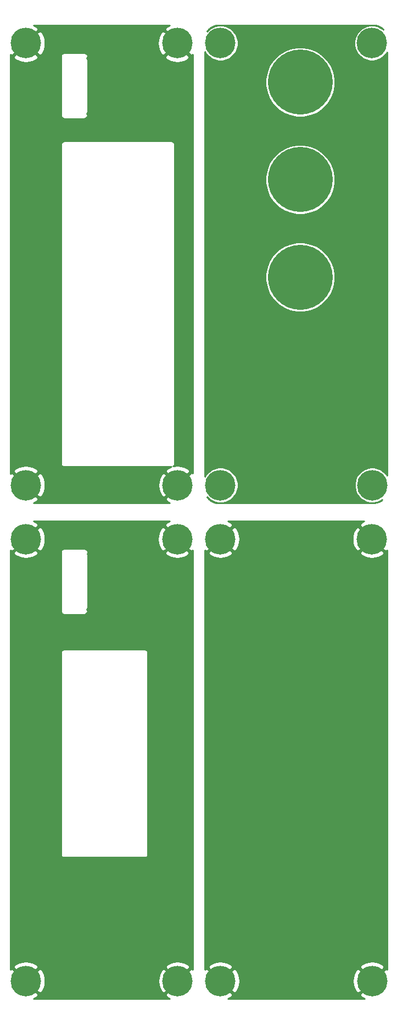
<source format=gbr>
G04 #@! TF.GenerationSoftware,KiCad,Pcbnew,(5.1.9)-1*
G04 #@! TF.CreationDate,2021-09-23T17:16:36+12:00*
G04 #@! TF.ProjectId,RGB-to-component-covers,5247422d-746f-42d6-936f-6d706f6e656e,rev?*
G04 #@! TF.SameCoordinates,Original*
G04 #@! TF.FileFunction,Copper,L1,Top*
G04 #@! TF.FilePolarity,Positive*
%FSLAX46Y46*%
G04 Gerber Fmt 4.6, Leading zero omitted, Abs format (unit mm)*
G04 Created by KiCad (PCBNEW (5.1.9)-1) date 2021-09-23 17:16:36*
%MOMM*%
%LPD*%
G01*
G04 APERTURE LIST*
G04 #@! TA.AperFunction,ComponentPad*
%ADD10C,4.700000*%
G04 #@! TD*
G04 #@! TA.AperFunction,ViaPad*
%ADD11C,10.000000*%
G04 #@! TD*
G04 #@! TA.AperFunction,ViaPad*
%ADD12C,0.800000*%
G04 #@! TD*
G04 #@! TA.AperFunction,Conductor*
%ADD13C,0.254000*%
G04 #@! TD*
G04 #@! TA.AperFunction,Conductor*
%ADD14C,0.100000*%
G04 #@! TD*
G04 #@! TA.AperFunction,NonConductor*
%ADD15C,0.254000*%
G04 #@! TD*
G04 #@! TA.AperFunction,NonConductor*
%ADD16C,0.100000*%
G04 #@! TD*
G04 APERTURE END LIST*
D10*
X78800000Y-41000000D03*
X102200000Y-109000000D03*
X102150000Y-41000000D03*
X78800000Y-109000000D03*
X108800000Y-109000000D03*
X132150000Y-41000000D03*
X132200000Y-109000000D03*
X108800000Y-41000000D03*
X108800000Y-185300000D03*
X132150000Y-117300000D03*
X108800000Y-117300000D03*
X132200000Y-185300000D03*
X102200000Y-185300000D03*
X78800000Y-117300000D03*
X78800000Y-185300000D03*
X102150000Y-117300000D03*
D11*
X121100000Y-62000000D03*
X121100000Y-77000000D03*
X121100000Y-47000000D03*
D12*
X88500000Y-43300000D03*
X88500000Y-51900000D03*
X88500000Y-128200000D03*
X88600000Y-119600000D03*
D11*
X121100000Y-179900000D03*
X121100000Y-138300000D03*
X121100000Y-166900000D03*
X121100000Y-153300000D03*
X121100000Y-123300000D03*
D13*
X100491298Y-114800927D02*
X100233137Y-115203532D01*
X102150000Y-117120395D01*
X102164143Y-117106253D01*
X102343748Y-117285858D01*
X102329605Y-117300000D01*
X104246468Y-119216863D01*
X104498001Y-119055573D01*
X104498000Y-151280253D01*
X104498000Y-151280254D01*
X104498001Y-183512365D01*
X104296468Y-183383137D01*
X102379605Y-185300000D01*
X102393748Y-185314143D01*
X102214143Y-185493748D01*
X102200000Y-185479605D01*
X100283137Y-187396468D01*
X100541298Y-187799073D01*
X101010482Y-188048000D01*
X79992994Y-188048000D01*
X80458702Y-187799073D01*
X80716863Y-187396468D01*
X78800000Y-185479605D01*
X78785858Y-185493748D01*
X78606253Y-185314143D01*
X78620395Y-185300000D01*
X78979605Y-185300000D01*
X80896468Y-187216863D01*
X81299073Y-186958702D01*
X81574651Y-186439285D01*
X81743601Y-185876087D01*
X81797665Y-185309250D01*
X99200570Y-185309250D01*
X99260008Y-185894233D01*
X99432429Y-186456379D01*
X99700927Y-186958702D01*
X100103532Y-187216863D01*
X102020395Y-185300000D01*
X100103532Y-183383137D01*
X99700927Y-183641298D01*
X99425349Y-184160715D01*
X99256399Y-184723913D01*
X99200570Y-185309250D01*
X81797665Y-185309250D01*
X81799430Y-185290750D01*
X81739992Y-184705767D01*
X81567571Y-184143621D01*
X81299073Y-183641298D01*
X80896468Y-183383137D01*
X78979605Y-185300000D01*
X78620395Y-185300000D01*
X76703532Y-183383137D01*
X76402000Y-183576487D01*
X76402000Y-183203532D01*
X76883137Y-183203532D01*
X78800000Y-185120395D01*
X80716863Y-183203532D01*
X100283137Y-183203532D01*
X102200000Y-185120395D01*
X104116863Y-183203532D01*
X103858702Y-182800927D01*
X103339285Y-182525349D01*
X102776087Y-182356399D01*
X102190750Y-182300570D01*
X101605767Y-182360008D01*
X101043621Y-182532429D01*
X100541298Y-182800927D01*
X100283137Y-183203532D01*
X80716863Y-183203532D01*
X80458702Y-182800927D01*
X79939285Y-182525349D01*
X79376087Y-182356399D01*
X78790750Y-182300570D01*
X78205767Y-182360008D01*
X77643621Y-182532429D01*
X77141298Y-182800927D01*
X76883137Y-183203532D01*
X76402000Y-183203532D01*
X76402000Y-134700000D01*
X84196055Y-134700000D01*
X84198001Y-134719757D01*
X84198000Y-165880253D01*
X84196055Y-165900000D01*
X84203817Y-165978806D01*
X84226803Y-166054583D01*
X84264132Y-166124420D01*
X84314368Y-166185632D01*
X84375580Y-166235868D01*
X84445417Y-166273197D01*
X84521194Y-166296183D01*
X84600000Y-166303945D01*
X84619747Y-166302000D01*
X97180253Y-166302000D01*
X97200000Y-166303945D01*
X97219747Y-166302000D01*
X97278806Y-166296183D01*
X97354583Y-166273197D01*
X97424420Y-166235868D01*
X97485632Y-166185632D01*
X97535868Y-166124420D01*
X97573197Y-166054583D01*
X97596183Y-165978806D01*
X97603945Y-165900000D01*
X97602000Y-165880253D01*
X97602000Y-134719747D01*
X97603945Y-134700000D01*
X97596183Y-134621194D01*
X97573197Y-134545417D01*
X97535868Y-134475580D01*
X97485632Y-134414368D01*
X97424420Y-134364132D01*
X97354583Y-134326803D01*
X97278806Y-134303817D01*
X97219747Y-134298000D01*
X97200000Y-134296055D01*
X97180253Y-134298000D01*
X84619747Y-134298000D01*
X84600000Y-134296055D01*
X84580253Y-134298000D01*
X84521194Y-134303817D01*
X84445417Y-134326803D01*
X84375580Y-134364132D01*
X84314368Y-134414368D01*
X84264132Y-134475580D01*
X84226803Y-134545417D01*
X84203817Y-134621194D01*
X84196055Y-134700000D01*
X76402000Y-134700000D01*
X76402000Y-119396468D01*
X76883137Y-119396468D01*
X77141298Y-119799073D01*
X77660715Y-120074651D01*
X78223913Y-120243601D01*
X78809250Y-120299430D01*
X79394233Y-120239992D01*
X79956379Y-120067571D01*
X80458702Y-119799073D01*
X80716863Y-119396468D01*
X80620395Y-119300000D01*
X84170935Y-119300000D01*
X84173001Y-119320977D01*
X84173000Y-128379033D01*
X84170935Y-128400000D01*
X84173000Y-128420967D01*
X84173000Y-128420977D01*
X84179178Y-128483706D01*
X84203595Y-128564195D01*
X84222052Y-128598726D01*
X84243245Y-128638376D01*
X84283232Y-128687100D01*
X84296605Y-128703395D01*
X84312899Y-128716767D01*
X84383235Y-128787104D01*
X84396605Y-128803395D01*
X84412895Y-128816764D01*
X84412899Y-128816768D01*
X84461624Y-128856755D01*
X84535804Y-128896405D01*
X84616293Y-128920822D01*
X84679022Y-128927000D01*
X84679034Y-128927000D01*
X84699999Y-128929065D01*
X84720964Y-128927000D01*
X87779033Y-128927000D01*
X87800000Y-128929065D01*
X87820967Y-128927000D01*
X87820978Y-128927000D01*
X87883707Y-128920822D01*
X87964196Y-128896405D01*
X88038376Y-128856755D01*
X88103395Y-128803395D01*
X88116767Y-128787101D01*
X88187104Y-128716765D01*
X88203395Y-128703395D01*
X88216764Y-128687105D01*
X88216768Y-128687101D01*
X88256755Y-128638376D01*
X88256756Y-128638375D01*
X88296405Y-128564196D01*
X88320822Y-128483707D01*
X88327000Y-128420978D01*
X88327000Y-128420966D01*
X88329065Y-128400001D01*
X88327000Y-128379036D01*
X88327000Y-119396468D01*
X100233137Y-119396468D01*
X100491298Y-119799073D01*
X101010715Y-120074651D01*
X101573913Y-120243601D01*
X102159250Y-120299430D01*
X102744233Y-120239992D01*
X103306379Y-120067571D01*
X103808702Y-119799073D01*
X104066863Y-119396468D01*
X102150000Y-117479605D01*
X100233137Y-119396468D01*
X88327000Y-119396468D01*
X88327000Y-119320964D01*
X88329065Y-119299999D01*
X88327000Y-119279034D01*
X88327000Y-119279022D01*
X88320822Y-119216293D01*
X88296405Y-119135804D01*
X88256755Y-119061624D01*
X88235565Y-119035804D01*
X88216768Y-119012899D01*
X88216764Y-119012895D01*
X88203395Y-118996605D01*
X88187105Y-118983236D01*
X88116767Y-118912899D01*
X88103395Y-118896605D01*
X88038376Y-118843245D01*
X87964196Y-118803595D01*
X87883707Y-118779178D01*
X87820978Y-118773000D01*
X87820967Y-118773000D01*
X87800000Y-118770935D01*
X87779033Y-118773000D01*
X84720964Y-118773000D01*
X84699999Y-118770935D01*
X84679034Y-118773000D01*
X84679022Y-118773000D01*
X84616293Y-118779178D01*
X84535804Y-118803595D01*
X84461624Y-118843245D01*
X84412899Y-118883232D01*
X84412895Y-118883236D01*
X84396605Y-118896605D01*
X84383235Y-118912896D01*
X84312894Y-118983237D01*
X84296606Y-118996605D01*
X84283237Y-119012895D01*
X84283232Y-119012900D01*
X84243245Y-119061624D01*
X84214025Y-119116293D01*
X84203596Y-119135804D01*
X84184122Y-119200001D01*
X84179179Y-119216294D01*
X84170935Y-119300000D01*
X80620395Y-119300000D01*
X78800000Y-117479605D01*
X76883137Y-119396468D01*
X76402000Y-119396468D01*
X76402000Y-119023513D01*
X76703532Y-119216863D01*
X78620395Y-117300000D01*
X78979605Y-117300000D01*
X80896468Y-119216863D01*
X81299073Y-118958702D01*
X81574651Y-118439285D01*
X81743601Y-117876087D01*
X81797665Y-117309250D01*
X99150570Y-117309250D01*
X99210008Y-117894233D01*
X99382429Y-118456379D01*
X99650927Y-118958702D01*
X100053532Y-119216863D01*
X101970395Y-117300000D01*
X100053532Y-115383137D01*
X99650927Y-115641298D01*
X99375349Y-116160715D01*
X99206399Y-116723913D01*
X99150570Y-117309250D01*
X81797665Y-117309250D01*
X81799430Y-117290750D01*
X81739992Y-116705767D01*
X81567571Y-116143621D01*
X81299073Y-115641298D01*
X80896468Y-115383137D01*
X78979605Y-117300000D01*
X78620395Y-117300000D01*
X78606253Y-117285858D01*
X78785858Y-117106253D01*
X78800000Y-117120395D01*
X80716863Y-115203532D01*
X80458702Y-114800927D01*
X79989518Y-114552000D01*
X100957006Y-114552000D01*
X100491298Y-114800927D01*
G04 #@! TA.AperFunction,Conductor*
D14*
G36*
X100491298Y-114800927D02*
G01*
X100233137Y-115203532D01*
X102150000Y-117120395D01*
X102164143Y-117106253D01*
X102343748Y-117285858D01*
X102329605Y-117300000D01*
X104246468Y-119216863D01*
X104498001Y-119055573D01*
X104498000Y-151280253D01*
X104498000Y-151280254D01*
X104498001Y-183512365D01*
X104296468Y-183383137D01*
X102379605Y-185300000D01*
X102393748Y-185314143D01*
X102214143Y-185493748D01*
X102200000Y-185479605D01*
X100283137Y-187396468D01*
X100541298Y-187799073D01*
X101010482Y-188048000D01*
X79992994Y-188048000D01*
X80458702Y-187799073D01*
X80716863Y-187396468D01*
X78800000Y-185479605D01*
X78785858Y-185493748D01*
X78606253Y-185314143D01*
X78620395Y-185300000D01*
X78979605Y-185300000D01*
X80896468Y-187216863D01*
X81299073Y-186958702D01*
X81574651Y-186439285D01*
X81743601Y-185876087D01*
X81797665Y-185309250D01*
X99200570Y-185309250D01*
X99260008Y-185894233D01*
X99432429Y-186456379D01*
X99700927Y-186958702D01*
X100103532Y-187216863D01*
X102020395Y-185300000D01*
X100103532Y-183383137D01*
X99700927Y-183641298D01*
X99425349Y-184160715D01*
X99256399Y-184723913D01*
X99200570Y-185309250D01*
X81797665Y-185309250D01*
X81799430Y-185290750D01*
X81739992Y-184705767D01*
X81567571Y-184143621D01*
X81299073Y-183641298D01*
X80896468Y-183383137D01*
X78979605Y-185300000D01*
X78620395Y-185300000D01*
X76703532Y-183383137D01*
X76402000Y-183576487D01*
X76402000Y-183203532D01*
X76883137Y-183203532D01*
X78800000Y-185120395D01*
X80716863Y-183203532D01*
X100283137Y-183203532D01*
X102200000Y-185120395D01*
X104116863Y-183203532D01*
X103858702Y-182800927D01*
X103339285Y-182525349D01*
X102776087Y-182356399D01*
X102190750Y-182300570D01*
X101605767Y-182360008D01*
X101043621Y-182532429D01*
X100541298Y-182800927D01*
X100283137Y-183203532D01*
X80716863Y-183203532D01*
X80458702Y-182800927D01*
X79939285Y-182525349D01*
X79376087Y-182356399D01*
X78790750Y-182300570D01*
X78205767Y-182360008D01*
X77643621Y-182532429D01*
X77141298Y-182800927D01*
X76883137Y-183203532D01*
X76402000Y-183203532D01*
X76402000Y-134700000D01*
X84196055Y-134700000D01*
X84198001Y-134719757D01*
X84198000Y-165880253D01*
X84196055Y-165900000D01*
X84203817Y-165978806D01*
X84226803Y-166054583D01*
X84264132Y-166124420D01*
X84314368Y-166185632D01*
X84375580Y-166235868D01*
X84445417Y-166273197D01*
X84521194Y-166296183D01*
X84600000Y-166303945D01*
X84619747Y-166302000D01*
X97180253Y-166302000D01*
X97200000Y-166303945D01*
X97219747Y-166302000D01*
X97278806Y-166296183D01*
X97354583Y-166273197D01*
X97424420Y-166235868D01*
X97485632Y-166185632D01*
X97535868Y-166124420D01*
X97573197Y-166054583D01*
X97596183Y-165978806D01*
X97603945Y-165900000D01*
X97602000Y-165880253D01*
X97602000Y-134719747D01*
X97603945Y-134700000D01*
X97596183Y-134621194D01*
X97573197Y-134545417D01*
X97535868Y-134475580D01*
X97485632Y-134414368D01*
X97424420Y-134364132D01*
X97354583Y-134326803D01*
X97278806Y-134303817D01*
X97219747Y-134298000D01*
X97200000Y-134296055D01*
X97180253Y-134298000D01*
X84619747Y-134298000D01*
X84600000Y-134296055D01*
X84580253Y-134298000D01*
X84521194Y-134303817D01*
X84445417Y-134326803D01*
X84375580Y-134364132D01*
X84314368Y-134414368D01*
X84264132Y-134475580D01*
X84226803Y-134545417D01*
X84203817Y-134621194D01*
X84196055Y-134700000D01*
X76402000Y-134700000D01*
X76402000Y-119396468D01*
X76883137Y-119396468D01*
X77141298Y-119799073D01*
X77660715Y-120074651D01*
X78223913Y-120243601D01*
X78809250Y-120299430D01*
X79394233Y-120239992D01*
X79956379Y-120067571D01*
X80458702Y-119799073D01*
X80716863Y-119396468D01*
X80620395Y-119300000D01*
X84170935Y-119300000D01*
X84173001Y-119320977D01*
X84173000Y-128379033D01*
X84170935Y-128400000D01*
X84173000Y-128420967D01*
X84173000Y-128420977D01*
X84179178Y-128483706D01*
X84203595Y-128564195D01*
X84222052Y-128598726D01*
X84243245Y-128638376D01*
X84283232Y-128687100D01*
X84296605Y-128703395D01*
X84312899Y-128716767D01*
X84383235Y-128787104D01*
X84396605Y-128803395D01*
X84412895Y-128816764D01*
X84412899Y-128816768D01*
X84461624Y-128856755D01*
X84535804Y-128896405D01*
X84616293Y-128920822D01*
X84679022Y-128927000D01*
X84679034Y-128927000D01*
X84699999Y-128929065D01*
X84720964Y-128927000D01*
X87779033Y-128927000D01*
X87800000Y-128929065D01*
X87820967Y-128927000D01*
X87820978Y-128927000D01*
X87883707Y-128920822D01*
X87964196Y-128896405D01*
X88038376Y-128856755D01*
X88103395Y-128803395D01*
X88116767Y-128787101D01*
X88187104Y-128716765D01*
X88203395Y-128703395D01*
X88216764Y-128687105D01*
X88216768Y-128687101D01*
X88256755Y-128638376D01*
X88256756Y-128638375D01*
X88296405Y-128564196D01*
X88320822Y-128483707D01*
X88327000Y-128420978D01*
X88327000Y-128420966D01*
X88329065Y-128400001D01*
X88327000Y-128379036D01*
X88327000Y-119396468D01*
X100233137Y-119396468D01*
X100491298Y-119799073D01*
X101010715Y-120074651D01*
X101573913Y-120243601D01*
X102159250Y-120299430D01*
X102744233Y-120239992D01*
X103306379Y-120067571D01*
X103808702Y-119799073D01*
X104066863Y-119396468D01*
X102150000Y-117479605D01*
X100233137Y-119396468D01*
X88327000Y-119396468D01*
X88327000Y-119320964D01*
X88329065Y-119299999D01*
X88327000Y-119279034D01*
X88327000Y-119279022D01*
X88320822Y-119216293D01*
X88296405Y-119135804D01*
X88256755Y-119061624D01*
X88235565Y-119035804D01*
X88216768Y-119012899D01*
X88216764Y-119012895D01*
X88203395Y-118996605D01*
X88187105Y-118983236D01*
X88116767Y-118912899D01*
X88103395Y-118896605D01*
X88038376Y-118843245D01*
X87964196Y-118803595D01*
X87883707Y-118779178D01*
X87820978Y-118773000D01*
X87820967Y-118773000D01*
X87800000Y-118770935D01*
X87779033Y-118773000D01*
X84720964Y-118773000D01*
X84699999Y-118770935D01*
X84679034Y-118773000D01*
X84679022Y-118773000D01*
X84616293Y-118779178D01*
X84535804Y-118803595D01*
X84461624Y-118843245D01*
X84412899Y-118883232D01*
X84412895Y-118883236D01*
X84396605Y-118896605D01*
X84383235Y-118912896D01*
X84312894Y-118983237D01*
X84296606Y-118996605D01*
X84283237Y-119012895D01*
X84283232Y-119012900D01*
X84243245Y-119061624D01*
X84214025Y-119116293D01*
X84203596Y-119135804D01*
X84184122Y-119200001D01*
X84179179Y-119216294D01*
X84170935Y-119300000D01*
X80620395Y-119300000D01*
X78800000Y-117479605D01*
X76883137Y-119396468D01*
X76402000Y-119396468D01*
X76402000Y-119023513D01*
X76703532Y-119216863D01*
X78620395Y-117300000D01*
X78979605Y-117300000D01*
X80896468Y-119216863D01*
X81299073Y-118958702D01*
X81574651Y-118439285D01*
X81743601Y-117876087D01*
X81797665Y-117309250D01*
X99150570Y-117309250D01*
X99210008Y-117894233D01*
X99382429Y-118456379D01*
X99650927Y-118958702D01*
X100053532Y-119216863D01*
X101970395Y-117300000D01*
X100053532Y-115383137D01*
X99650927Y-115641298D01*
X99375349Y-116160715D01*
X99206399Y-116723913D01*
X99150570Y-117309250D01*
X81797665Y-117309250D01*
X81799430Y-117290750D01*
X81739992Y-116705767D01*
X81567571Y-116143621D01*
X81299073Y-115641298D01*
X80896468Y-115383137D01*
X78979605Y-117300000D01*
X78620395Y-117300000D01*
X78606253Y-117285858D01*
X78785858Y-117106253D01*
X78800000Y-117120395D01*
X80716863Y-115203532D01*
X80458702Y-114800927D01*
X79989518Y-114552000D01*
X100957006Y-114552000D01*
X100491298Y-114800927D01*
G37*
G04 #@! TD.AperFunction*
D13*
X130491298Y-114800927D02*
X130233137Y-115203532D01*
X132150000Y-117120395D01*
X132164143Y-117106253D01*
X132343748Y-117285858D01*
X132329605Y-117300000D01*
X134246468Y-119216863D01*
X134498001Y-119055573D01*
X134498000Y-151280253D01*
X134498000Y-151280254D01*
X134498001Y-183512365D01*
X134296468Y-183383137D01*
X132379605Y-185300000D01*
X132393748Y-185314143D01*
X132214143Y-185493748D01*
X132200000Y-185479605D01*
X130283137Y-187396468D01*
X130541298Y-187799073D01*
X131010482Y-188048000D01*
X109992994Y-188048000D01*
X110458702Y-187799073D01*
X110716863Y-187396468D01*
X108800000Y-185479605D01*
X108785858Y-185493748D01*
X108606253Y-185314143D01*
X108620395Y-185300000D01*
X108979605Y-185300000D01*
X110896468Y-187216863D01*
X111299073Y-186958702D01*
X111574651Y-186439285D01*
X111743601Y-185876087D01*
X111797665Y-185309250D01*
X129200570Y-185309250D01*
X129260008Y-185894233D01*
X129432429Y-186456379D01*
X129700927Y-186958702D01*
X130103532Y-187216863D01*
X132020395Y-185300000D01*
X130103532Y-183383137D01*
X129700927Y-183641298D01*
X129425349Y-184160715D01*
X129256399Y-184723913D01*
X129200570Y-185309250D01*
X111797665Y-185309250D01*
X111799430Y-185290750D01*
X111739992Y-184705767D01*
X111567571Y-184143621D01*
X111299073Y-183641298D01*
X110896468Y-183383137D01*
X108979605Y-185300000D01*
X108620395Y-185300000D01*
X106703532Y-183383137D01*
X106402000Y-183576487D01*
X106402000Y-183203532D01*
X106883137Y-183203532D01*
X108800000Y-185120395D01*
X110716863Y-183203532D01*
X130283137Y-183203532D01*
X132200000Y-185120395D01*
X134116863Y-183203532D01*
X133858702Y-182800927D01*
X133339285Y-182525349D01*
X132776087Y-182356399D01*
X132190750Y-182300570D01*
X131605767Y-182360008D01*
X131043621Y-182532429D01*
X130541298Y-182800927D01*
X130283137Y-183203532D01*
X110716863Y-183203532D01*
X110458702Y-182800927D01*
X109939285Y-182525349D01*
X109376087Y-182356399D01*
X108790750Y-182300570D01*
X108205767Y-182360008D01*
X107643621Y-182532429D01*
X107141298Y-182800927D01*
X106883137Y-183203532D01*
X106402000Y-183203532D01*
X106402000Y-119396468D01*
X106883137Y-119396468D01*
X107141298Y-119799073D01*
X107660715Y-120074651D01*
X108223913Y-120243601D01*
X108809250Y-120299430D01*
X109394233Y-120239992D01*
X109956379Y-120067571D01*
X110458702Y-119799073D01*
X110716863Y-119396468D01*
X130233137Y-119396468D01*
X130491298Y-119799073D01*
X131010715Y-120074651D01*
X131573913Y-120243601D01*
X132159250Y-120299430D01*
X132744233Y-120239992D01*
X133306379Y-120067571D01*
X133808702Y-119799073D01*
X134066863Y-119396468D01*
X132150000Y-117479605D01*
X130233137Y-119396468D01*
X110716863Y-119396468D01*
X108800000Y-117479605D01*
X106883137Y-119396468D01*
X106402000Y-119396468D01*
X106402000Y-119023513D01*
X106703532Y-119216863D01*
X108620395Y-117300000D01*
X108979605Y-117300000D01*
X110896468Y-119216863D01*
X111299073Y-118958702D01*
X111574651Y-118439285D01*
X111743601Y-117876087D01*
X111797665Y-117309250D01*
X129150570Y-117309250D01*
X129210008Y-117894233D01*
X129382429Y-118456379D01*
X129650927Y-118958702D01*
X130053532Y-119216863D01*
X131970395Y-117300000D01*
X130053532Y-115383137D01*
X129650927Y-115641298D01*
X129375349Y-116160715D01*
X129206399Y-116723913D01*
X129150570Y-117309250D01*
X111797665Y-117309250D01*
X111799430Y-117290750D01*
X111739992Y-116705767D01*
X111567571Y-116143621D01*
X111299073Y-115641298D01*
X110896468Y-115383137D01*
X108979605Y-117300000D01*
X108620395Y-117300000D01*
X108606253Y-117285858D01*
X108785858Y-117106253D01*
X108800000Y-117120395D01*
X110716863Y-115203532D01*
X110458702Y-114800927D01*
X109989518Y-114552000D01*
X130957006Y-114552000D01*
X130491298Y-114800927D01*
G04 #@! TA.AperFunction,Conductor*
D14*
G36*
X130491298Y-114800927D02*
G01*
X130233137Y-115203532D01*
X132150000Y-117120395D01*
X132164143Y-117106253D01*
X132343748Y-117285858D01*
X132329605Y-117300000D01*
X134246468Y-119216863D01*
X134498001Y-119055573D01*
X134498000Y-151280253D01*
X134498000Y-151280254D01*
X134498001Y-183512365D01*
X134296468Y-183383137D01*
X132379605Y-185300000D01*
X132393748Y-185314143D01*
X132214143Y-185493748D01*
X132200000Y-185479605D01*
X130283137Y-187396468D01*
X130541298Y-187799073D01*
X131010482Y-188048000D01*
X109992994Y-188048000D01*
X110458702Y-187799073D01*
X110716863Y-187396468D01*
X108800000Y-185479605D01*
X108785858Y-185493748D01*
X108606253Y-185314143D01*
X108620395Y-185300000D01*
X108979605Y-185300000D01*
X110896468Y-187216863D01*
X111299073Y-186958702D01*
X111574651Y-186439285D01*
X111743601Y-185876087D01*
X111797665Y-185309250D01*
X129200570Y-185309250D01*
X129260008Y-185894233D01*
X129432429Y-186456379D01*
X129700927Y-186958702D01*
X130103532Y-187216863D01*
X132020395Y-185300000D01*
X130103532Y-183383137D01*
X129700927Y-183641298D01*
X129425349Y-184160715D01*
X129256399Y-184723913D01*
X129200570Y-185309250D01*
X111797665Y-185309250D01*
X111799430Y-185290750D01*
X111739992Y-184705767D01*
X111567571Y-184143621D01*
X111299073Y-183641298D01*
X110896468Y-183383137D01*
X108979605Y-185300000D01*
X108620395Y-185300000D01*
X106703532Y-183383137D01*
X106402000Y-183576487D01*
X106402000Y-183203532D01*
X106883137Y-183203532D01*
X108800000Y-185120395D01*
X110716863Y-183203532D01*
X130283137Y-183203532D01*
X132200000Y-185120395D01*
X134116863Y-183203532D01*
X133858702Y-182800927D01*
X133339285Y-182525349D01*
X132776087Y-182356399D01*
X132190750Y-182300570D01*
X131605767Y-182360008D01*
X131043621Y-182532429D01*
X130541298Y-182800927D01*
X130283137Y-183203532D01*
X110716863Y-183203532D01*
X110458702Y-182800927D01*
X109939285Y-182525349D01*
X109376087Y-182356399D01*
X108790750Y-182300570D01*
X108205767Y-182360008D01*
X107643621Y-182532429D01*
X107141298Y-182800927D01*
X106883137Y-183203532D01*
X106402000Y-183203532D01*
X106402000Y-119396468D01*
X106883137Y-119396468D01*
X107141298Y-119799073D01*
X107660715Y-120074651D01*
X108223913Y-120243601D01*
X108809250Y-120299430D01*
X109394233Y-120239992D01*
X109956379Y-120067571D01*
X110458702Y-119799073D01*
X110716863Y-119396468D01*
X130233137Y-119396468D01*
X130491298Y-119799073D01*
X131010715Y-120074651D01*
X131573913Y-120243601D01*
X132159250Y-120299430D01*
X132744233Y-120239992D01*
X133306379Y-120067571D01*
X133808702Y-119799073D01*
X134066863Y-119396468D01*
X132150000Y-117479605D01*
X130233137Y-119396468D01*
X110716863Y-119396468D01*
X108800000Y-117479605D01*
X106883137Y-119396468D01*
X106402000Y-119396468D01*
X106402000Y-119023513D01*
X106703532Y-119216863D01*
X108620395Y-117300000D01*
X108979605Y-117300000D01*
X110896468Y-119216863D01*
X111299073Y-118958702D01*
X111574651Y-118439285D01*
X111743601Y-117876087D01*
X111797665Y-117309250D01*
X129150570Y-117309250D01*
X129210008Y-117894233D01*
X129382429Y-118456379D01*
X129650927Y-118958702D01*
X130053532Y-119216863D01*
X131970395Y-117300000D01*
X130053532Y-115383137D01*
X129650927Y-115641298D01*
X129375349Y-116160715D01*
X129206399Y-116723913D01*
X129150570Y-117309250D01*
X111797665Y-117309250D01*
X111799430Y-117290750D01*
X111739992Y-116705767D01*
X111567571Y-116143621D01*
X111299073Y-115641298D01*
X110896468Y-115383137D01*
X108979605Y-117300000D01*
X108620395Y-117300000D01*
X108606253Y-117285858D01*
X108785858Y-117106253D01*
X108800000Y-117120395D01*
X110716863Y-115203532D01*
X110458702Y-114800927D01*
X109989518Y-114552000D01*
X130957006Y-114552000D01*
X130491298Y-114800927D01*
G37*
G04 #@! TD.AperFunction*
D15*
X132807129Y-38293847D02*
X133198748Y-38412084D01*
X133559947Y-38604136D01*
X133876963Y-38862687D01*
X133913920Y-38907360D01*
X133888361Y-38881801D01*
X133441719Y-38583364D01*
X132945437Y-38377797D01*
X132418586Y-38273000D01*
X131881414Y-38273000D01*
X131354563Y-38377797D01*
X130858281Y-38583364D01*
X130411639Y-38881801D01*
X130031801Y-39261639D01*
X129733364Y-39708281D01*
X129527797Y-40204563D01*
X129423000Y-40731414D01*
X129423000Y-41268586D01*
X129527797Y-41795437D01*
X129733364Y-42291719D01*
X130031801Y-42738361D01*
X130411639Y-43118199D01*
X130858281Y-43416636D01*
X131354563Y-43622203D01*
X131881414Y-43727000D01*
X132418586Y-43727000D01*
X132945437Y-43622203D01*
X133441719Y-43416636D01*
X133888361Y-43118199D01*
X134268199Y-42738361D01*
X134498001Y-42394439D01*
X134498000Y-74980253D01*
X134498000Y-74980254D01*
X134498001Y-107530731D01*
X134318199Y-107261639D01*
X133938361Y-106881801D01*
X133491719Y-106583364D01*
X132995437Y-106377797D01*
X132468586Y-106273000D01*
X131931414Y-106273000D01*
X131404563Y-106377797D01*
X130908281Y-106583364D01*
X130461639Y-106881801D01*
X130081801Y-107261639D01*
X129783364Y-107708281D01*
X129577797Y-108204563D01*
X129473000Y-108731414D01*
X129473000Y-109268586D01*
X129577797Y-109795437D01*
X129783364Y-110291719D01*
X130081801Y-110738361D01*
X130461639Y-111118199D01*
X130908281Y-111416636D01*
X131404563Y-111622203D01*
X131931414Y-111727000D01*
X132468586Y-111727000D01*
X132995437Y-111622203D01*
X133491719Y-111416636D01*
X133728001Y-111258757D01*
X133572109Y-111387722D01*
X133212260Y-111582292D01*
X132821475Y-111703260D01*
X132395803Y-111748000D01*
X108519657Y-111748000D01*
X108092874Y-111706154D01*
X107701252Y-111587916D01*
X107340052Y-111395863D01*
X107023035Y-111137311D01*
X106762278Y-110822109D01*
X106758427Y-110814987D01*
X107061639Y-111118199D01*
X107508281Y-111416636D01*
X108004563Y-111622203D01*
X108531414Y-111727000D01*
X109068586Y-111727000D01*
X109595437Y-111622203D01*
X110091719Y-111416636D01*
X110538361Y-111118199D01*
X110918199Y-110738361D01*
X111216636Y-110291719D01*
X111422203Y-109795437D01*
X111527000Y-109268586D01*
X111527000Y-108731414D01*
X111422203Y-108204563D01*
X111216636Y-107708281D01*
X110918199Y-107261639D01*
X110538361Y-106881801D01*
X110091719Y-106583364D01*
X109595437Y-106377797D01*
X109068586Y-106273000D01*
X108531414Y-106273000D01*
X108004563Y-106377797D01*
X107508281Y-106583364D01*
X107061639Y-106881801D01*
X106681801Y-107261639D01*
X106402000Y-107680390D01*
X106402000Y-76470412D01*
X115723000Y-76470412D01*
X115723000Y-77529588D01*
X115929635Y-78568413D01*
X116334964Y-79546965D01*
X116923411Y-80427638D01*
X117672362Y-81176589D01*
X118553035Y-81765036D01*
X119531587Y-82170365D01*
X120570412Y-82377000D01*
X121629588Y-82377000D01*
X122668413Y-82170365D01*
X123646965Y-81765036D01*
X124527638Y-81176589D01*
X125276589Y-80427638D01*
X125865036Y-79546965D01*
X126270365Y-78568413D01*
X126477000Y-77529588D01*
X126477000Y-76470412D01*
X126270365Y-75431587D01*
X125865036Y-74453035D01*
X125276589Y-73572362D01*
X124527638Y-72823411D01*
X123646965Y-72234964D01*
X122668413Y-71829635D01*
X121629588Y-71623000D01*
X120570412Y-71623000D01*
X119531587Y-71829635D01*
X118553035Y-72234964D01*
X117672362Y-72823411D01*
X116923411Y-73572362D01*
X116334964Y-74453035D01*
X115929635Y-75431587D01*
X115723000Y-76470412D01*
X106402000Y-76470412D01*
X106402000Y-61470412D01*
X115723000Y-61470412D01*
X115723000Y-62529588D01*
X115929635Y-63568413D01*
X116334964Y-64546965D01*
X116923411Y-65427638D01*
X117672362Y-66176589D01*
X118553035Y-66765036D01*
X119531587Y-67170365D01*
X120570412Y-67377000D01*
X121629588Y-67377000D01*
X122668413Y-67170365D01*
X123646965Y-66765036D01*
X124527638Y-66176589D01*
X125276589Y-65427638D01*
X125865036Y-64546965D01*
X126270365Y-63568413D01*
X126477000Y-62529588D01*
X126477000Y-61470412D01*
X126270365Y-60431587D01*
X125865036Y-59453035D01*
X125276589Y-58572362D01*
X124527638Y-57823411D01*
X123646965Y-57234964D01*
X122668413Y-56829635D01*
X121629588Y-56623000D01*
X120570412Y-56623000D01*
X119531587Y-56829635D01*
X118553035Y-57234964D01*
X117672362Y-57823411D01*
X116923411Y-58572362D01*
X116334964Y-59453035D01*
X115929635Y-60431587D01*
X115723000Y-61470412D01*
X106402000Y-61470412D01*
X106402000Y-46470412D01*
X115723000Y-46470412D01*
X115723000Y-47529588D01*
X115929635Y-48568413D01*
X116334964Y-49546965D01*
X116923411Y-50427638D01*
X117672362Y-51176589D01*
X118553035Y-51765036D01*
X119531587Y-52170365D01*
X120570412Y-52377000D01*
X121629588Y-52377000D01*
X122668413Y-52170365D01*
X123646965Y-51765036D01*
X124527638Y-51176589D01*
X125276589Y-50427638D01*
X125865036Y-49546965D01*
X126270365Y-48568413D01*
X126477000Y-47529588D01*
X126477000Y-46470412D01*
X126270365Y-45431587D01*
X125865036Y-44453035D01*
X125276589Y-43572362D01*
X124527638Y-42823411D01*
X123646965Y-42234964D01*
X122668413Y-41829635D01*
X121629588Y-41623000D01*
X120570412Y-41623000D01*
X119531587Y-41829635D01*
X118553035Y-42234964D01*
X117672362Y-42823411D01*
X116923411Y-43572362D01*
X116334964Y-44453035D01*
X115929635Y-45431587D01*
X115723000Y-46470412D01*
X106402000Y-46470412D01*
X106402000Y-42319610D01*
X106681801Y-42738361D01*
X107061639Y-43118199D01*
X107508281Y-43416636D01*
X108004563Y-43622203D01*
X108531414Y-43727000D01*
X109068586Y-43727000D01*
X109595437Y-43622203D01*
X110091719Y-43416636D01*
X110538361Y-43118199D01*
X110918199Y-42738361D01*
X111216636Y-42291719D01*
X111422203Y-41795437D01*
X111527000Y-41268586D01*
X111527000Y-40731414D01*
X111422203Y-40204563D01*
X111216636Y-39708281D01*
X110918199Y-39261639D01*
X110538361Y-38881801D01*
X110091719Y-38583364D01*
X109595437Y-38377797D01*
X109068586Y-38273000D01*
X108531414Y-38273000D01*
X108004563Y-38377797D01*
X107508281Y-38583364D01*
X107061639Y-38881801D01*
X106757448Y-39185992D01*
X107012687Y-38873037D01*
X107327888Y-38612279D01*
X107687741Y-38417708D01*
X108078525Y-38296740D01*
X108504198Y-38252000D01*
X132380344Y-38252000D01*
X132807129Y-38293847D01*
G04 #@! TA.AperFunction,NonConductor*
D16*
G36*
X132807129Y-38293847D02*
G01*
X133198748Y-38412084D01*
X133559947Y-38604136D01*
X133876963Y-38862687D01*
X133913920Y-38907360D01*
X133888361Y-38881801D01*
X133441719Y-38583364D01*
X132945437Y-38377797D01*
X132418586Y-38273000D01*
X131881414Y-38273000D01*
X131354563Y-38377797D01*
X130858281Y-38583364D01*
X130411639Y-38881801D01*
X130031801Y-39261639D01*
X129733364Y-39708281D01*
X129527797Y-40204563D01*
X129423000Y-40731414D01*
X129423000Y-41268586D01*
X129527797Y-41795437D01*
X129733364Y-42291719D01*
X130031801Y-42738361D01*
X130411639Y-43118199D01*
X130858281Y-43416636D01*
X131354563Y-43622203D01*
X131881414Y-43727000D01*
X132418586Y-43727000D01*
X132945437Y-43622203D01*
X133441719Y-43416636D01*
X133888361Y-43118199D01*
X134268199Y-42738361D01*
X134498001Y-42394439D01*
X134498000Y-74980253D01*
X134498000Y-74980254D01*
X134498001Y-107530731D01*
X134318199Y-107261639D01*
X133938361Y-106881801D01*
X133491719Y-106583364D01*
X132995437Y-106377797D01*
X132468586Y-106273000D01*
X131931414Y-106273000D01*
X131404563Y-106377797D01*
X130908281Y-106583364D01*
X130461639Y-106881801D01*
X130081801Y-107261639D01*
X129783364Y-107708281D01*
X129577797Y-108204563D01*
X129473000Y-108731414D01*
X129473000Y-109268586D01*
X129577797Y-109795437D01*
X129783364Y-110291719D01*
X130081801Y-110738361D01*
X130461639Y-111118199D01*
X130908281Y-111416636D01*
X131404563Y-111622203D01*
X131931414Y-111727000D01*
X132468586Y-111727000D01*
X132995437Y-111622203D01*
X133491719Y-111416636D01*
X133728001Y-111258757D01*
X133572109Y-111387722D01*
X133212260Y-111582292D01*
X132821475Y-111703260D01*
X132395803Y-111748000D01*
X108519657Y-111748000D01*
X108092874Y-111706154D01*
X107701252Y-111587916D01*
X107340052Y-111395863D01*
X107023035Y-111137311D01*
X106762278Y-110822109D01*
X106758427Y-110814987D01*
X107061639Y-111118199D01*
X107508281Y-111416636D01*
X108004563Y-111622203D01*
X108531414Y-111727000D01*
X109068586Y-111727000D01*
X109595437Y-111622203D01*
X110091719Y-111416636D01*
X110538361Y-111118199D01*
X110918199Y-110738361D01*
X111216636Y-110291719D01*
X111422203Y-109795437D01*
X111527000Y-109268586D01*
X111527000Y-108731414D01*
X111422203Y-108204563D01*
X111216636Y-107708281D01*
X110918199Y-107261639D01*
X110538361Y-106881801D01*
X110091719Y-106583364D01*
X109595437Y-106377797D01*
X109068586Y-106273000D01*
X108531414Y-106273000D01*
X108004563Y-106377797D01*
X107508281Y-106583364D01*
X107061639Y-106881801D01*
X106681801Y-107261639D01*
X106402000Y-107680390D01*
X106402000Y-76470412D01*
X115723000Y-76470412D01*
X115723000Y-77529588D01*
X115929635Y-78568413D01*
X116334964Y-79546965D01*
X116923411Y-80427638D01*
X117672362Y-81176589D01*
X118553035Y-81765036D01*
X119531587Y-82170365D01*
X120570412Y-82377000D01*
X121629588Y-82377000D01*
X122668413Y-82170365D01*
X123646965Y-81765036D01*
X124527638Y-81176589D01*
X125276589Y-80427638D01*
X125865036Y-79546965D01*
X126270365Y-78568413D01*
X126477000Y-77529588D01*
X126477000Y-76470412D01*
X126270365Y-75431587D01*
X125865036Y-74453035D01*
X125276589Y-73572362D01*
X124527638Y-72823411D01*
X123646965Y-72234964D01*
X122668413Y-71829635D01*
X121629588Y-71623000D01*
X120570412Y-71623000D01*
X119531587Y-71829635D01*
X118553035Y-72234964D01*
X117672362Y-72823411D01*
X116923411Y-73572362D01*
X116334964Y-74453035D01*
X115929635Y-75431587D01*
X115723000Y-76470412D01*
X106402000Y-76470412D01*
X106402000Y-61470412D01*
X115723000Y-61470412D01*
X115723000Y-62529588D01*
X115929635Y-63568413D01*
X116334964Y-64546965D01*
X116923411Y-65427638D01*
X117672362Y-66176589D01*
X118553035Y-66765036D01*
X119531587Y-67170365D01*
X120570412Y-67377000D01*
X121629588Y-67377000D01*
X122668413Y-67170365D01*
X123646965Y-66765036D01*
X124527638Y-66176589D01*
X125276589Y-65427638D01*
X125865036Y-64546965D01*
X126270365Y-63568413D01*
X126477000Y-62529588D01*
X126477000Y-61470412D01*
X126270365Y-60431587D01*
X125865036Y-59453035D01*
X125276589Y-58572362D01*
X124527638Y-57823411D01*
X123646965Y-57234964D01*
X122668413Y-56829635D01*
X121629588Y-56623000D01*
X120570412Y-56623000D01*
X119531587Y-56829635D01*
X118553035Y-57234964D01*
X117672362Y-57823411D01*
X116923411Y-58572362D01*
X116334964Y-59453035D01*
X115929635Y-60431587D01*
X115723000Y-61470412D01*
X106402000Y-61470412D01*
X106402000Y-46470412D01*
X115723000Y-46470412D01*
X115723000Y-47529588D01*
X115929635Y-48568413D01*
X116334964Y-49546965D01*
X116923411Y-50427638D01*
X117672362Y-51176589D01*
X118553035Y-51765036D01*
X119531587Y-52170365D01*
X120570412Y-52377000D01*
X121629588Y-52377000D01*
X122668413Y-52170365D01*
X123646965Y-51765036D01*
X124527638Y-51176589D01*
X125276589Y-50427638D01*
X125865036Y-49546965D01*
X126270365Y-48568413D01*
X126477000Y-47529588D01*
X126477000Y-46470412D01*
X126270365Y-45431587D01*
X125865036Y-44453035D01*
X125276589Y-43572362D01*
X124527638Y-42823411D01*
X123646965Y-42234964D01*
X122668413Y-41829635D01*
X121629588Y-41623000D01*
X120570412Y-41623000D01*
X119531587Y-41829635D01*
X118553035Y-42234964D01*
X117672362Y-42823411D01*
X116923411Y-43572362D01*
X116334964Y-44453035D01*
X115929635Y-45431587D01*
X115723000Y-46470412D01*
X106402000Y-46470412D01*
X106402000Y-42319610D01*
X106681801Y-42738361D01*
X107061639Y-43118199D01*
X107508281Y-43416636D01*
X108004563Y-43622203D01*
X108531414Y-43727000D01*
X109068586Y-43727000D01*
X109595437Y-43622203D01*
X110091719Y-43416636D01*
X110538361Y-43118199D01*
X110918199Y-42738361D01*
X111216636Y-42291719D01*
X111422203Y-41795437D01*
X111527000Y-41268586D01*
X111527000Y-40731414D01*
X111422203Y-40204563D01*
X111216636Y-39708281D01*
X110918199Y-39261639D01*
X110538361Y-38881801D01*
X110091719Y-38583364D01*
X109595437Y-38377797D01*
X109068586Y-38273000D01*
X108531414Y-38273000D01*
X108004563Y-38377797D01*
X107508281Y-38583364D01*
X107061639Y-38881801D01*
X106757448Y-39185992D01*
X107012687Y-38873037D01*
X107327888Y-38612279D01*
X107687741Y-38417708D01*
X108078525Y-38296740D01*
X108504198Y-38252000D01*
X132380344Y-38252000D01*
X132807129Y-38293847D01*
G37*
G04 #@! TD.AperFunction*
D13*
X100491298Y-38500927D02*
X100233137Y-38903532D01*
X102150000Y-40820395D01*
X102164143Y-40806253D01*
X102343748Y-40985858D01*
X102329605Y-41000000D01*
X104246468Y-42916863D01*
X104498001Y-42755573D01*
X104498000Y-74980253D01*
X104498000Y-74980254D01*
X104498001Y-107212365D01*
X104296468Y-107083137D01*
X102379605Y-109000000D01*
X102393748Y-109014143D01*
X102214143Y-109193748D01*
X102200000Y-109179605D01*
X100283137Y-111096468D01*
X100541298Y-111499073D01*
X101010482Y-111748000D01*
X79992994Y-111748000D01*
X80458702Y-111499073D01*
X80716863Y-111096468D01*
X78800000Y-109179605D01*
X78785858Y-109193748D01*
X78606253Y-109014143D01*
X78620395Y-109000000D01*
X78979605Y-109000000D01*
X80896468Y-110916863D01*
X81299073Y-110658702D01*
X81574651Y-110139285D01*
X81743601Y-109576087D01*
X81797665Y-109009250D01*
X99200570Y-109009250D01*
X99260008Y-109594233D01*
X99432429Y-110156379D01*
X99700927Y-110658702D01*
X100103532Y-110916863D01*
X102020395Y-109000000D01*
X100103532Y-107083137D01*
X99700927Y-107341298D01*
X99425349Y-107860715D01*
X99256399Y-108423913D01*
X99200570Y-109009250D01*
X81797665Y-109009250D01*
X81799430Y-108990750D01*
X81739992Y-108405767D01*
X81567571Y-107843621D01*
X81299073Y-107341298D01*
X80896468Y-107083137D01*
X78979605Y-109000000D01*
X78620395Y-109000000D01*
X76703532Y-107083137D01*
X76402000Y-107276487D01*
X76402000Y-106903532D01*
X76883137Y-106903532D01*
X78800000Y-108820395D01*
X80716863Y-106903532D01*
X80458702Y-106500927D01*
X79939285Y-106225349D01*
X79376087Y-106056399D01*
X78790750Y-106000570D01*
X78205767Y-106060008D01*
X77643621Y-106232429D01*
X77141298Y-106500927D01*
X76883137Y-106903532D01*
X76402000Y-106903532D01*
X76402000Y-56600000D01*
X84170935Y-56600000D01*
X84173001Y-56620977D01*
X84173000Y-105679033D01*
X84170935Y-105700000D01*
X84173000Y-105720967D01*
X84173000Y-105720977D01*
X84179178Y-105783706D01*
X84203595Y-105864195D01*
X84203596Y-105864196D01*
X84243245Y-105938376D01*
X84283232Y-105987100D01*
X84296605Y-106003395D01*
X84312900Y-106016768D01*
X84333232Y-106037100D01*
X84346605Y-106053395D01*
X84362900Y-106066768D01*
X84411624Y-106106756D01*
X84448714Y-106126580D01*
X84485804Y-106146405D01*
X84566293Y-106170822D01*
X84629022Y-106177000D01*
X84629033Y-106177000D01*
X84650000Y-106179065D01*
X84670967Y-106177000D01*
X101224337Y-106177000D01*
X101043621Y-106232429D01*
X100541298Y-106500927D01*
X100283137Y-106903532D01*
X102200000Y-108820395D01*
X104116863Y-106903532D01*
X103858702Y-106500927D01*
X103339285Y-106225349D01*
X102776087Y-106056399D01*
X102190750Y-106000570D01*
X101605767Y-106060008D01*
X101509274Y-106089604D01*
X101553395Y-106053395D01*
X101566768Y-106037100D01*
X101587100Y-106016768D01*
X101603395Y-106003395D01*
X101618027Y-105985566D01*
X101656756Y-105938376D01*
X101676580Y-105901286D01*
X101696405Y-105864196D01*
X101720822Y-105783707D01*
X101727000Y-105720978D01*
X101727000Y-105720967D01*
X101729065Y-105700000D01*
X101727000Y-105679033D01*
X101727000Y-56570967D01*
X101729065Y-56550000D01*
X101727000Y-56529033D01*
X101727000Y-56529022D01*
X101720822Y-56466293D01*
X101696405Y-56385804D01*
X101676580Y-56348714D01*
X101656756Y-56311624D01*
X101616768Y-56262900D01*
X101603395Y-56246605D01*
X101587101Y-56233233D01*
X101566768Y-56212900D01*
X101553395Y-56196605D01*
X101488376Y-56143245D01*
X101414196Y-56103595D01*
X101333707Y-56079178D01*
X101270978Y-56073000D01*
X101270967Y-56073000D01*
X101250000Y-56070935D01*
X101229033Y-56073000D01*
X84720964Y-56073000D01*
X84699999Y-56070935D01*
X84679034Y-56073000D01*
X84679022Y-56073000D01*
X84616293Y-56079178D01*
X84535804Y-56103595D01*
X84487942Y-56129178D01*
X84461624Y-56143245D01*
X84412899Y-56183232D01*
X84412895Y-56183236D01*
X84396605Y-56196605D01*
X84383235Y-56212896D01*
X84312894Y-56283237D01*
X84296606Y-56296605D01*
X84283237Y-56312895D01*
X84283232Y-56312900D01*
X84243245Y-56361624D01*
X84214025Y-56416293D01*
X84203596Y-56435804D01*
X84184122Y-56500001D01*
X84179179Y-56516294D01*
X84170935Y-56600000D01*
X76402000Y-56600000D01*
X76402000Y-43096468D01*
X76883137Y-43096468D01*
X77141298Y-43499073D01*
X77660715Y-43774651D01*
X78223913Y-43943601D01*
X78809250Y-43999430D01*
X79394233Y-43939992D01*
X79956379Y-43767571D01*
X80458702Y-43499073D01*
X80716863Y-43096468D01*
X80620395Y-43000000D01*
X84170935Y-43000000D01*
X84173001Y-43020977D01*
X84173000Y-52079033D01*
X84170935Y-52100000D01*
X84173000Y-52120967D01*
X84173000Y-52120977D01*
X84179178Y-52183706D01*
X84203595Y-52264195D01*
X84222052Y-52298726D01*
X84243245Y-52338376D01*
X84283232Y-52387100D01*
X84296605Y-52403395D01*
X84312899Y-52416767D01*
X84383235Y-52487104D01*
X84396605Y-52503395D01*
X84412895Y-52516764D01*
X84412899Y-52516768D01*
X84461624Y-52556755D01*
X84535804Y-52596405D01*
X84616293Y-52620822D01*
X84679022Y-52627000D01*
X84679034Y-52627000D01*
X84699999Y-52629065D01*
X84720964Y-52627000D01*
X87779033Y-52627000D01*
X87800000Y-52629065D01*
X87820967Y-52627000D01*
X87820978Y-52627000D01*
X87883707Y-52620822D01*
X87964196Y-52596405D01*
X88038376Y-52556755D01*
X88103395Y-52503395D01*
X88116767Y-52487101D01*
X88187104Y-52416765D01*
X88203395Y-52403395D01*
X88216764Y-52387105D01*
X88216768Y-52387101D01*
X88256755Y-52338376D01*
X88256756Y-52338375D01*
X88296405Y-52264196D01*
X88320822Y-52183707D01*
X88327000Y-52120978D01*
X88327000Y-52120966D01*
X88329065Y-52100001D01*
X88327000Y-52079036D01*
X88327000Y-43096468D01*
X100233137Y-43096468D01*
X100491298Y-43499073D01*
X101010715Y-43774651D01*
X101573913Y-43943601D01*
X102159250Y-43999430D01*
X102744233Y-43939992D01*
X103306379Y-43767571D01*
X103808702Y-43499073D01*
X104066863Y-43096468D01*
X102150000Y-41179605D01*
X100233137Y-43096468D01*
X88327000Y-43096468D01*
X88327000Y-43020964D01*
X88329065Y-42999999D01*
X88327000Y-42979034D01*
X88327000Y-42979022D01*
X88320822Y-42916293D01*
X88296405Y-42835804D01*
X88256755Y-42761624D01*
X88235565Y-42735804D01*
X88216768Y-42712899D01*
X88216764Y-42712895D01*
X88203395Y-42696605D01*
X88187105Y-42683236D01*
X88116767Y-42612899D01*
X88103395Y-42596605D01*
X88038376Y-42543245D01*
X87964196Y-42503595D01*
X87883707Y-42479178D01*
X87820978Y-42473000D01*
X87820967Y-42473000D01*
X87800000Y-42470935D01*
X87779033Y-42473000D01*
X84720964Y-42473000D01*
X84699999Y-42470935D01*
X84679034Y-42473000D01*
X84679022Y-42473000D01*
X84616293Y-42479178D01*
X84535804Y-42503595D01*
X84461624Y-42543245D01*
X84412899Y-42583232D01*
X84412895Y-42583236D01*
X84396605Y-42596605D01*
X84383235Y-42612896D01*
X84312894Y-42683237D01*
X84296606Y-42696605D01*
X84283237Y-42712895D01*
X84283232Y-42712900D01*
X84243245Y-42761624D01*
X84214025Y-42816293D01*
X84203596Y-42835804D01*
X84184122Y-42900001D01*
X84179179Y-42916294D01*
X84170935Y-43000000D01*
X80620395Y-43000000D01*
X78800000Y-41179605D01*
X76883137Y-43096468D01*
X76402000Y-43096468D01*
X76402000Y-42723513D01*
X76703532Y-42916863D01*
X78620395Y-41000000D01*
X78979605Y-41000000D01*
X80896468Y-42916863D01*
X81299073Y-42658702D01*
X81574651Y-42139285D01*
X81743601Y-41576087D01*
X81797665Y-41009250D01*
X99150570Y-41009250D01*
X99210008Y-41594233D01*
X99382429Y-42156379D01*
X99650927Y-42658702D01*
X100053532Y-42916863D01*
X101970395Y-41000000D01*
X100053532Y-39083137D01*
X99650927Y-39341298D01*
X99375349Y-39860715D01*
X99206399Y-40423913D01*
X99150570Y-41009250D01*
X81797665Y-41009250D01*
X81799430Y-40990750D01*
X81739992Y-40405767D01*
X81567571Y-39843621D01*
X81299073Y-39341298D01*
X80896468Y-39083137D01*
X78979605Y-41000000D01*
X78620395Y-41000000D01*
X78606253Y-40985858D01*
X78785858Y-40806253D01*
X78800000Y-40820395D01*
X80716863Y-38903532D01*
X80458702Y-38500927D01*
X79989518Y-38252000D01*
X100957006Y-38252000D01*
X100491298Y-38500927D01*
G04 #@! TA.AperFunction,Conductor*
D14*
G36*
X100491298Y-38500927D02*
G01*
X100233137Y-38903532D01*
X102150000Y-40820395D01*
X102164143Y-40806253D01*
X102343748Y-40985858D01*
X102329605Y-41000000D01*
X104246468Y-42916863D01*
X104498001Y-42755573D01*
X104498000Y-74980253D01*
X104498000Y-74980254D01*
X104498001Y-107212365D01*
X104296468Y-107083137D01*
X102379605Y-109000000D01*
X102393748Y-109014143D01*
X102214143Y-109193748D01*
X102200000Y-109179605D01*
X100283137Y-111096468D01*
X100541298Y-111499073D01*
X101010482Y-111748000D01*
X79992994Y-111748000D01*
X80458702Y-111499073D01*
X80716863Y-111096468D01*
X78800000Y-109179605D01*
X78785858Y-109193748D01*
X78606253Y-109014143D01*
X78620395Y-109000000D01*
X78979605Y-109000000D01*
X80896468Y-110916863D01*
X81299073Y-110658702D01*
X81574651Y-110139285D01*
X81743601Y-109576087D01*
X81797665Y-109009250D01*
X99200570Y-109009250D01*
X99260008Y-109594233D01*
X99432429Y-110156379D01*
X99700927Y-110658702D01*
X100103532Y-110916863D01*
X102020395Y-109000000D01*
X100103532Y-107083137D01*
X99700927Y-107341298D01*
X99425349Y-107860715D01*
X99256399Y-108423913D01*
X99200570Y-109009250D01*
X81797665Y-109009250D01*
X81799430Y-108990750D01*
X81739992Y-108405767D01*
X81567571Y-107843621D01*
X81299073Y-107341298D01*
X80896468Y-107083137D01*
X78979605Y-109000000D01*
X78620395Y-109000000D01*
X76703532Y-107083137D01*
X76402000Y-107276487D01*
X76402000Y-106903532D01*
X76883137Y-106903532D01*
X78800000Y-108820395D01*
X80716863Y-106903532D01*
X80458702Y-106500927D01*
X79939285Y-106225349D01*
X79376087Y-106056399D01*
X78790750Y-106000570D01*
X78205767Y-106060008D01*
X77643621Y-106232429D01*
X77141298Y-106500927D01*
X76883137Y-106903532D01*
X76402000Y-106903532D01*
X76402000Y-56600000D01*
X84170935Y-56600000D01*
X84173001Y-56620977D01*
X84173000Y-105679033D01*
X84170935Y-105700000D01*
X84173000Y-105720967D01*
X84173000Y-105720977D01*
X84179178Y-105783706D01*
X84203595Y-105864195D01*
X84203596Y-105864196D01*
X84243245Y-105938376D01*
X84283232Y-105987100D01*
X84296605Y-106003395D01*
X84312900Y-106016768D01*
X84333232Y-106037100D01*
X84346605Y-106053395D01*
X84362900Y-106066768D01*
X84411624Y-106106756D01*
X84448714Y-106126580D01*
X84485804Y-106146405D01*
X84566293Y-106170822D01*
X84629022Y-106177000D01*
X84629033Y-106177000D01*
X84650000Y-106179065D01*
X84670967Y-106177000D01*
X101224337Y-106177000D01*
X101043621Y-106232429D01*
X100541298Y-106500927D01*
X100283137Y-106903532D01*
X102200000Y-108820395D01*
X104116863Y-106903532D01*
X103858702Y-106500927D01*
X103339285Y-106225349D01*
X102776087Y-106056399D01*
X102190750Y-106000570D01*
X101605767Y-106060008D01*
X101509274Y-106089604D01*
X101553395Y-106053395D01*
X101566768Y-106037100D01*
X101587100Y-106016768D01*
X101603395Y-106003395D01*
X101618027Y-105985566D01*
X101656756Y-105938376D01*
X101676580Y-105901286D01*
X101696405Y-105864196D01*
X101720822Y-105783707D01*
X101727000Y-105720978D01*
X101727000Y-105720967D01*
X101729065Y-105700000D01*
X101727000Y-105679033D01*
X101727000Y-56570967D01*
X101729065Y-56550000D01*
X101727000Y-56529033D01*
X101727000Y-56529022D01*
X101720822Y-56466293D01*
X101696405Y-56385804D01*
X101676580Y-56348714D01*
X101656756Y-56311624D01*
X101616768Y-56262900D01*
X101603395Y-56246605D01*
X101587101Y-56233233D01*
X101566768Y-56212900D01*
X101553395Y-56196605D01*
X101488376Y-56143245D01*
X101414196Y-56103595D01*
X101333707Y-56079178D01*
X101270978Y-56073000D01*
X101270967Y-56073000D01*
X101250000Y-56070935D01*
X101229033Y-56073000D01*
X84720964Y-56073000D01*
X84699999Y-56070935D01*
X84679034Y-56073000D01*
X84679022Y-56073000D01*
X84616293Y-56079178D01*
X84535804Y-56103595D01*
X84487942Y-56129178D01*
X84461624Y-56143245D01*
X84412899Y-56183232D01*
X84412895Y-56183236D01*
X84396605Y-56196605D01*
X84383235Y-56212896D01*
X84312894Y-56283237D01*
X84296606Y-56296605D01*
X84283237Y-56312895D01*
X84283232Y-56312900D01*
X84243245Y-56361624D01*
X84214025Y-56416293D01*
X84203596Y-56435804D01*
X84184122Y-56500001D01*
X84179179Y-56516294D01*
X84170935Y-56600000D01*
X76402000Y-56600000D01*
X76402000Y-43096468D01*
X76883137Y-43096468D01*
X77141298Y-43499073D01*
X77660715Y-43774651D01*
X78223913Y-43943601D01*
X78809250Y-43999430D01*
X79394233Y-43939992D01*
X79956379Y-43767571D01*
X80458702Y-43499073D01*
X80716863Y-43096468D01*
X80620395Y-43000000D01*
X84170935Y-43000000D01*
X84173001Y-43020977D01*
X84173000Y-52079033D01*
X84170935Y-52100000D01*
X84173000Y-52120967D01*
X84173000Y-52120977D01*
X84179178Y-52183706D01*
X84203595Y-52264195D01*
X84222052Y-52298726D01*
X84243245Y-52338376D01*
X84283232Y-52387100D01*
X84296605Y-52403395D01*
X84312899Y-52416767D01*
X84383235Y-52487104D01*
X84396605Y-52503395D01*
X84412895Y-52516764D01*
X84412899Y-52516768D01*
X84461624Y-52556755D01*
X84535804Y-52596405D01*
X84616293Y-52620822D01*
X84679022Y-52627000D01*
X84679034Y-52627000D01*
X84699999Y-52629065D01*
X84720964Y-52627000D01*
X87779033Y-52627000D01*
X87800000Y-52629065D01*
X87820967Y-52627000D01*
X87820978Y-52627000D01*
X87883707Y-52620822D01*
X87964196Y-52596405D01*
X88038376Y-52556755D01*
X88103395Y-52503395D01*
X88116767Y-52487101D01*
X88187104Y-52416765D01*
X88203395Y-52403395D01*
X88216764Y-52387105D01*
X88216768Y-52387101D01*
X88256755Y-52338376D01*
X88256756Y-52338375D01*
X88296405Y-52264196D01*
X88320822Y-52183707D01*
X88327000Y-52120978D01*
X88327000Y-52120966D01*
X88329065Y-52100001D01*
X88327000Y-52079036D01*
X88327000Y-43096468D01*
X100233137Y-43096468D01*
X100491298Y-43499073D01*
X101010715Y-43774651D01*
X101573913Y-43943601D01*
X102159250Y-43999430D01*
X102744233Y-43939992D01*
X103306379Y-43767571D01*
X103808702Y-43499073D01*
X104066863Y-43096468D01*
X102150000Y-41179605D01*
X100233137Y-43096468D01*
X88327000Y-43096468D01*
X88327000Y-43020964D01*
X88329065Y-42999999D01*
X88327000Y-42979034D01*
X88327000Y-42979022D01*
X88320822Y-42916293D01*
X88296405Y-42835804D01*
X88256755Y-42761624D01*
X88235565Y-42735804D01*
X88216768Y-42712899D01*
X88216764Y-42712895D01*
X88203395Y-42696605D01*
X88187105Y-42683236D01*
X88116767Y-42612899D01*
X88103395Y-42596605D01*
X88038376Y-42543245D01*
X87964196Y-42503595D01*
X87883707Y-42479178D01*
X87820978Y-42473000D01*
X87820967Y-42473000D01*
X87800000Y-42470935D01*
X87779033Y-42473000D01*
X84720964Y-42473000D01*
X84699999Y-42470935D01*
X84679034Y-42473000D01*
X84679022Y-42473000D01*
X84616293Y-42479178D01*
X84535804Y-42503595D01*
X84461624Y-42543245D01*
X84412899Y-42583232D01*
X84412895Y-42583236D01*
X84396605Y-42596605D01*
X84383235Y-42612896D01*
X84312894Y-42683237D01*
X84296606Y-42696605D01*
X84283237Y-42712895D01*
X84283232Y-42712900D01*
X84243245Y-42761624D01*
X84214025Y-42816293D01*
X84203596Y-42835804D01*
X84184122Y-42900001D01*
X84179179Y-42916294D01*
X84170935Y-43000000D01*
X80620395Y-43000000D01*
X78800000Y-41179605D01*
X76883137Y-43096468D01*
X76402000Y-43096468D01*
X76402000Y-42723513D01*
X76703532Y-42916863D01*
X78620395Y-41000000D01*
X78979605Y-41000000D01*
X80896468Y-42916863D01*
X81299073Y-42658702D01*
X81574651Y-42139285D01*
X81743601Y-41576087D01*
X81797665Y-41009250D01*
X99150570Y-41009250D01*
X99210008Y-41594233D01*
X99382429Y-42156379D01*
X99650927Y-42658702D01*
X100053532Y-42916863D01*
X101970395Y-41000000D01*
X100053532Y-39083137D01*
X99650927Y-39341298D01*
X99375349Y-39860715D01*
X99206399Y-40423913D01*
X99150570Y-41009250D01*
X81797665Y-41009250D01*
X81799430Y-40990750D01*
X81739992Y-40405767D01*
X81567571Y-39843621D01*
X81299073Y-39341298D01*
X80896468Y-39083137D01*
X78979605Y-41000000D01*
X78620395Y-41000000D01*
X78606253Y-40985858D01*
X78785858Y-40806253D01*
X78800000Y-40820395D01*
X80716863Y-38903532D01*
X80458702Y-38500927D01*
X79989518Y-38252000D01*
X100957006Y-38252000D01*
X100491298Y-38500927D01*
G37*
G04 #@! TD.AperFunction*
M02*

</source>
